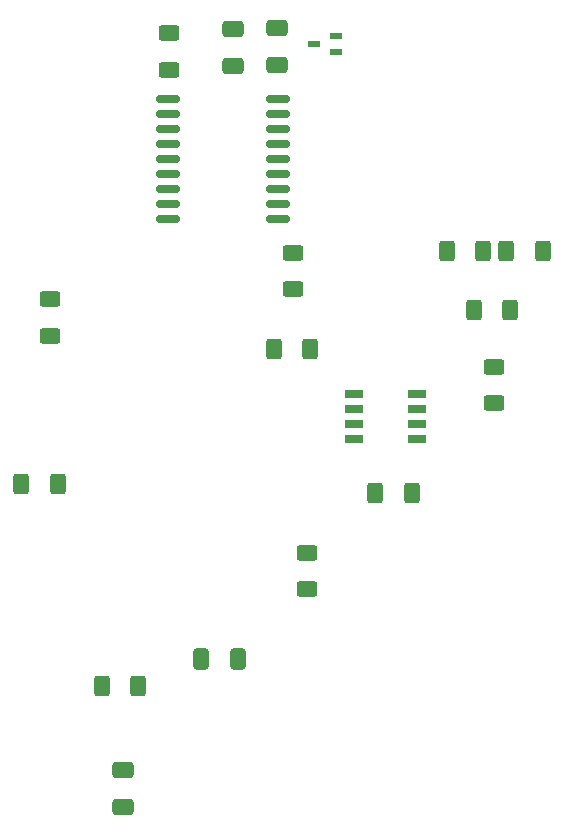
<source format=gbr>
%TF.GenerationSoftware,KiCad,Pcbnew,8.0.1-rc1*%
%TF.CreationDate,2024-06-23T11:02:47-07:00*%
%TF.ProjectId,AMS - CANBus Sensor - RPM,414d5320-2d20-4434-914e-427573205365,rev?*%
%TF.SameCoordinates,Original*%
%TF.FileFunction,Paste,Bot*%
%TF.FilePolarity,Positive*%
%FSLAX46Y46*%
G04 Gerber Fmt 4.6, Leading zero omitted, Abs format (unit mm)*
G04 Created by KiCad (PCBNEW 8.0.1-rc1) date 2024-06-23 11:02:47*
%MOMM*%
%LPD*%
G01*
G04 APERTURE LIST*
G04 Aperture macros list*
%AMRoundRect*
0 Rectangle with rounded corners*
0 $1 Rounding radius*
0 $2 $3 $4 $5 $6 $7 $8 $9 X,Y pos of 4 corners*
0 Add a 4 corners polygon primitive as box body*
4,1,4,$2,$3,$4,$5,$6,$7,$8,$9,$2,$3,0*
0 Add four circle primitives for the rounded corners*
1,1,$1+$1,$2,$3*
1,1,$1+$1,$4,$5*
1,1,$1+$1,$6,$7*
1,1,$1+$1,$8,$9*
0 Add four rect primitives between the rounded corners*
20,1,$1+$1,$2,$3,$4,$5,0*
20,1,$1+$1,$4,$5,$6,$7,0*
20,1,$1+$1,$6,$7,$8,$9,0*
20,1,$1+$1,$8,$9,$2,$3,0*%
G04 Aperture macros list end*
%ADD10RoundRect,0.250000X-0.400000X-0.625000X0.400000X-0.625000X0.400000X0.625000X-0.400000X0.625000X0*%
%ADD11RoundRect,0.250000X0.625000X-0.400000X0.625000X0.400000X-0.625000X0.400000X-0.625000X-0.400000X0*%
%ADD12RoundRect,0.250000X0.400000X0.625000X-0.400000X0.625000X-0.400000X-0.625000X0.400000X-0.625000X0*%
%ADD13R,1.500000X0.650000*%
%ADD14RoundRect,0.250000X-0.625000X0.400000X-0.625000X-0.400000X0.625000X-0.400000X0.625000X0.400000X0*%
%ADD15RoundRect,0.250000X-0.650000X0.412500X-0.650000X-0.412500X0.650000X-0.412500X0.650000X0.412500X0*%
%ADD16RoundRect,0.250000X0.412500X0.650000X-0.412500X0.650000X-0.412500X-0.650000X0.412500X-0.650000X0*%
%ADD17RoundRect,0.150000X0.875000X0.150000X-0.875000X0.150000X-0.875000X-0.150000X0.875000X-0.150000X0*%
%ADD18R,1.000000X0.550000*%
G04 APERTURE END LIST*
D10*
%TO.C,C12*%
X164230800Y-93317400D03*
X167330800Y-93317400D03*
%TD*%
D11*
%TO.C,C10*%
X148916600Y-91545200D03*
X148916600Y-88445200D03*
%TD*%
D10*
%TO.C,C8*%
X147290100Y-96632100D03*
X150390100Y-96632100D03*
%TD*%
%TO.C,R11*%
X155909400Y-108804300D03*
X159009400Y-108804300D03*
%TD*%
D12*
%TO.C,R9*%
X165042100Y-88273600D03*
X161942100Y-88273600D03*
%TD*%
D13*
%TO.C,IC4*%
X154067000Y-100374900D03*
X154067000Y-101644900D03*
X154067000Y-102914900D03*
X154067000Y-104184900D03*
X159467000Y-104184900D03*
X159467000Y-102914900D03*
X159467000Y-101644900D03*
X159467000Y-100374900D03*
%TD*%
D12*
%TO.C,R8*%
X170076600Y-88263300D03*
X166976600Y-88263300D03*
%TD*%
D14*
%TO.C,R16*%
X165977700Y-98105900D03*
X165977700Y-101205900D03*
%TD*%
D15*
%TO.C,C3*%
X134500000Y-132278500D03*
X134500000Y-135403500D03*
%TD*%
D16*
%TO.C,C2*%
X144303300Y-122841300D03*
X141178300Y-122841300D03*
%TD*%
D17*
%TO.C,U4*%
X147668200Y-75422700D03*
X147668200Y-76692700D03*
X147668200Y-77962700D03*
X147668200Y-79232700D03*
X147668200Y-80502700D03*
X147668200Y-81772700D03*
X147668200Y-83042700D03*
X147668200Y-84312700D03*
X147668200Y-85582700D03*
X138368200Y-85582700D03*
X138368200Y-84312700D03*
X138368200Y-83042700D03*
X138368200Y-81772700D03*
X138368200Y-80502700D03*
X138368200Y-79232700D03*
X138368200Y-77962700D03*
X138368200Y-76692700D03*
X138368200Y-75422700D03*
%TD*%
D12*
%TO.C,R1*%
X135824100Y-125096000D03*
X132724100Y-125096000D03*
%TD*%
%TO.C,R7*%
X129011100Y-108001700D03*
X125911100Y-108001700D03*
%TD*%
D15*
%TO.C,C4*%
X143852200Y-69487000D03*
X143852200Y-72612000D03*
%TD*%
D11*
%TO.C,R5*%
X138458500Y-72988500D03*
X138458500Y-69888500D03*
%TD*%
D14*
%TO.C,R3*%
X150123600Y-113846200D03*
X150123600Y-116946200D03*
%TD*%
%TO.C,R2*%
X128322200Y-92401100D03*
X128322200Y-95501100D03*
%TD*%
D15*
%TO.C,C5*%
X147599200Y-69413100D03*
X147599200Y-72538100D03*
%TD*%
D18*
%TO.C,D1*%
X152584000Y-70128100D03*
X152584000Y-71428100D03*
X150684000Y-70778100D03*
%TD*%
M02*

</source>
